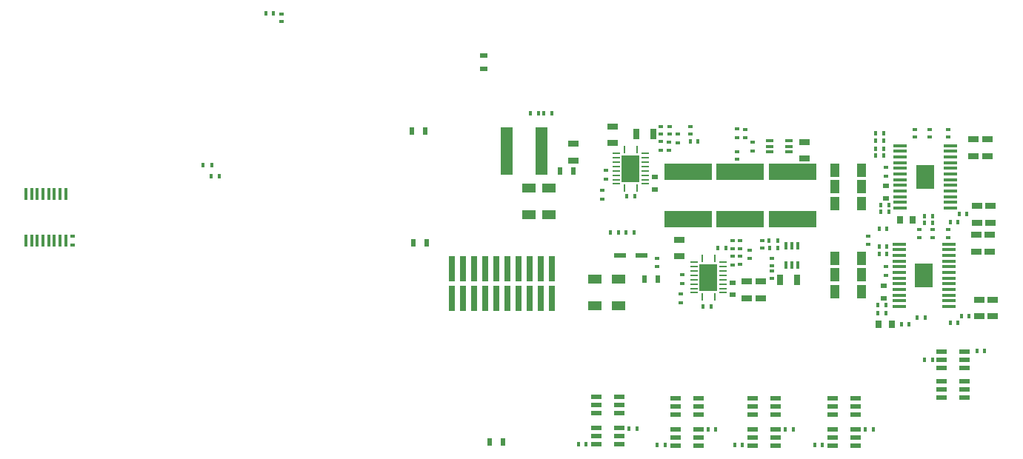
<source format=gtp>
G04*
G04 #@! TF.GenerationSoftware,Altium Limited,Altium Designer,19.1.5 (86)*
G04*
G04 Layer_Color=8421504*
%FSLAX44Y44*%
%MOMM*%
G71*
G01*
G75*
%ADD17R,0.6000X0.4500*%
%ADD18R,0.8000X0.6000*%
%ADD19R,0.6000X0.4000*%
%ADD20R,0.4000X0.6000*%
%ADD21R,0.7400X2.9200*%
%ADD22R,1.3000X0.8000*%
%ADD23R,1.3716X0.5080*%
%ADD24R,0.3500X1.4000*%
%ADD25R,0.4500X0.6000*%
%ADD26R,1.2700X0.5588*%
%ADD27R,0.9000X0.2600*%
%ADD28R,0.2600X0.9000*%
%ADD29R,2.0700X3.0700*%
%ADD30R,1.0000X1.6000*%
%ADD31R,1.3000X0.7000*%
%ADD32R,0.7000X0.9000*%
%ADD33R,2.0250X2.6800*%
%ADD34R,1.5700X0.4100*%
%ADD35R,0.7000X1.3000*%
%ADD36R,0.5000X0.9000*%
%ADD37R,0.3500X0.8500*%
%ADD38R,5.4100X1.8800*%
%ADD39R,1.4224X5.4102*%
%ADD40R,1.6000X1.0000*%
%ADD41R,0.9000X0.5000*%
%ADD42R,0.8500X0.3500*%
G36*
X1326677Y523240D02*
X1319860D01*
Y533263D01*
X1326677D01*
Y523240D01*
D02*
G37*
G36*
X1317657D02*
X1310860D01*
Y533275D01*
X1317657D01*
Y523240D01*
D02*
G37*
G36*
X987490Y521497D02*
X975597D01*
Y539140D01*
X987490D01*
Y521497D01*
D02*
G37*
G36*
X1326670Y511040D02*
X1319860D01*
Y521039D01*
X1326670D01*
Y511040D01*
D02*
G37*
G36*
X1317656D02*
X1310860D01*
Y521036D01*
X1317656D01*
Y511040D01*
D02*
G37*
G36*
X1325517Y410650D02*
X1318700D01*
Y420673D01*
X1325517D01*
Y410650D01*
D02*
G37*
G36*
X1316497D02*
X1309700D01*
Y420685D01*
X1316497D01*
Y410650D01*
D02*
G37*
G36*
X1325510Y398450D02*
X1318700D01*
Y408449D01*
X1325510D01*
Y398450D01*
D02*
G37*
G36*
X1316496D02*
X1309700D01*
Y408446D01*
X1316496D01*
Y398450D01*
D02*
G37*
G36*
X1076390Y397037D02*
X1064497D01*
Y414680D01*
X1076390D01*
Y397037D01*
D02*
G37*
D17*
X953750Y529250D02*
D03*
Y519250D02*
D03*
X1274420Y522660D02*
D03*
Y532660D02*
D03*
Y409630D02*
D03*
Y419630D02*
D03*
X1099000Y431500D02*
D03*
Y421500D02*
D03*
X1118000Y438500D02*
D03*
Y428500D02*
D03*
X344780Y453920D02*
D03*
Y443920D02*
D03*
X1122020Y561870D02*
D03*
Y551870D02*
D03*
X1039250Y378250D02*
D03*
Y388250D02*
D03*
X1041000Y400250D02*
D03*
Y410250D02*
D03*
X1104240Y577110D02*
D03*
Y567110D02*
D03*
X1017000Y562500D02*
D03*
Y552500D02*
D03*
X1035750Y570750D02*
D03*
Y560750D02*
D03*
X950000Y496750D02*
D03*
Y506750D02*
D03*
D18*
X1098750Y401000D02*
D03*
Y387000D02*
D03*
X1009750Y521750D02*
D03*
Y507750D02*
D03*
X1271880Y383500D02*
D03*
Y397500D02*
D03*
X1274420Y497800D02*
D03*
Y511800D02*
D03*
D19*
X1143750Y405750D02*
D03*
Y414750D02*
D03*
X1050250Y570750D02*
D03*
Y579750D02*
D03*
X583540Y708690D02*
D03*
Y699690D02*
D03*
X1107500Y422250D02*
D03*
Y431250D02*
D03*
X1026250Y552500D02*
D03*
Y561500D02*
D03*
X1143750Y420250D02*
D03*
Y429250D02*
D03*
X1132750Y440500D02*
D03*
Y449500D02*
D03*
X1098500Y440000D02*
D03*
Y449000D02*
D03*
X1345540Y452730D02*
D03*
Y461730D02*
D03*
Y567610D02*
D03*
Y576610D02*
D03*
X1327760Y452730D02*
D03*
Y461730D02*
D03*
X1323950Y567610D02*
D03*
Y576610D02*
D03*
X1312520Y452730D02*
D03*
Y461730D02*
D03*
X1307440Y567610D02*
D03*
Y576610D02*
D03*
X1254100Y454110D02*
D03*
Y445110D02*
D03*
X1107500Y440000D02*
D03*
Y449000D02*
D03*
X1012250Y419750D02*
D03*
Y428750D02*
D03*
X1113000Y567250D02*
D03*
Y576250D02*
D03*
X1104240Y542210D02*
D03*
Y551210D02*
D03*
X1026750Y571000D02*
D03*
Y580000D02*
D03*
X1017000Y571000D02*
D03*
Y580000D02*
D03*
D20*
X565070Y709270D02*
D03*
X574070D02*
D03*
X1277110Y481940D02*
D03*
X1268110D02*
D03*
X1273840Y366370D02*
D03*
X1264840D02*
D03*
X1327180Y469240D02*
D03*
X1318180D02*
D03*
X1300510Y353670D02*
D03*
X1291510D02*
D03*
X1377870Y323190D02*
D03*
X1386870D02*
D03*
X968250Y458250D02*
D03*
X959250D02*
D03*
X1141500Y440500D02*
D03*
X1150500D02*
D03*
X1090750Y441000D02*
D03*
X1081750D02*
D03*
X883150Y594970D02*
D03*
X892150D02*
D03*
X976750Y458250D02*
D03*
X985750D02*
D03*
X922520Y216510D02*
D03*
X931520D02*
D03*
X1012800Y215240D02*
D03*
X1021800D02*
D03*
X1101010D02*
D03*
X1110010D02*
D03*
X1192450D02*
D03*
X1201450D02*
D03*
X989360Y234290D02*
D03*
X980360D02*
D03*
X1079640Y233020D02*
D03*
X1070640D02*
D03*
X1167850D02*
D03*
X1158850D02*
D03*
X1259290D02*
D03*
X1250290D02*
D03*
X1318180Y313030D02*
D03*
X1327180D02*
D03*
X1318870Y361290D02*
D03*
X1309870D02*
D03*
X1327180Y476860D02*
D03*
X1318180D02*
D03*
X1360090Y362560D02*
D03*
X1369090D02*
D03*
X1357550Y479400D02*
D03*
X1366550D02*
D03*
X1275110Y462890D02*
D03*
X1266110D02*
D03*
X1271300Y572110D02*
D03*
X1262300D02*
D03*
X1347390Y354940D02*
D03*
X1356390D02*
D03*
X1347390Y470510D02*
D03*
X1356390D02*
D03*
X1275110Y442570D02*
D03*
X1266110D02*
D03*
X1271300Y563220D02*
D03*
X1262300D02*
D03*
X1266110Y433680D02*
D03*
X1275110D02*
D03*
X1262300Y554330D02*
D03*
X1271300D02*
D03*
X1273840Y375260D02*
D03*
X1264840D02*
D03*
X1277110Y489560D02*
D03*
X1268110D02*
D03*
X1262300Y546710D02*
D03*
X1271300D02*
D03*
X867910Y594970D02*
D03*
X876910D02*
D03*
X1059250Y563000D02*
D03*
X1050250D02*
D03*
D21*
X777850Y417150D02*
D03*
Y382850D02*
D03*
X790550Y417150D02*
D03*
Y382850D02*
D03*
X803250Y417150D02*
D03*
Y382850D02*
D03*
X815950Y417150D02*
D03*
Y382850D02*
D03*
X828650Y417150D02*
D03*
Y382850D02*
D03*
X841350Y417150D02*
D03*
Y382850D02*
D03*
X854050Y417150D02*
D03*
Y382850D02*
D03*
X866750Y417150D02*
D03*
Y382850D02*
D03*
X879450Y417150D02*
D03*
Y382850D02*
D03*
X892150Y417150D02*
D03*
Y382850D02*
D03*
D22*
X1038200Y431140D02*
D03*
Y450140D02*
D03*
X1115000Y402500D02*
D03*
Y383500D02*
D03*
X962000Y579730D02*
D03*
Y560730D02*
D03*
X1131000Y383500D02*
D03*
Y402500D02*
D03*
D23*
X970382Y432410D02*
D03*
X994258D02*
D03*
D24*
X336490Y502920D02*
D03*
X329990D02*
D03*
X323490D02*
D03*
X316990D02*
D03*
X310490D02*
D03*
X303990D02*
D03*
X297490D02*
D03*
X290990D02*
D03*
X336490Y448920D02*
D03*
X329990D02*
D03*
X323490D02*
D03*
X316990D02*
D03*
X310490D02*
D03*
X303990D02*
D03*
X297490D02*
D03*
X290990D02*
D03*
D25*
X1150250Y449250D02*
D03*
X1140250D02*
D03*
X1074500Y373500D02*
D03*
X1064500D02*
D03*
X987320Y499720D02*
D03*
X977320D02*
D03*
X512340Y522580D02*
D03*
X502340D02*
D03*
X493370Y535280D02*
D03*
X503370D02*
D03*
D26*
X1147674Y233528D02*
D03*
Y224130D02*
D03*
Y214732D02*
D03*
X1121766D02*
D03*
Y224130D02*
D03*
Y233528D02*
D03*
X969184Y234798D02*
D03*
Y225400D02*
D03*
Y216002D02*
D03*
X943276D02*
D03*
Y225400D02*
D03*
Y234798D02*
D03*
X1337666Y303632D02*
D03*
Y313030D02*
D03*
Y322428D02*
D03*
X1363574D02*
D03*
Y313030D02*
D03*
Y303632D02*
D03*
X1059464Y233528D02*
D03*
Y224130D02*
D03*
Y214732D02*
D03*
X1033556D02*
D03*
Y224130D02*
D03*
Y233528D02*
D03*
X1239114D02*
D03*
Y224130D02*
D03*
Y214732D02*
D03*
X1213206D02*
D03*
Y224130D02*
D03*
Y233528D02*
D03*
X1147674Y269088D02*
D03*
Y259690D02*
D03*
Y250292D02*
D03*
X1121766D02*
D03*
Y259690D02*
D03*
Y269088D02*
D03*
X969184Y270358D02*
D03*
Y260960D02*
D03*
Y251562D02*
D03*
X943276D02*
D03*
Y260960D02*
D03*
Y270358D02*
D03*
X1239114Y269088D02*
D03*
Y259690D02*
D03*
Y250292D02*
D03*
X1213206D02*
D03*
Y259690D02*
D03*
Y269088D02*
D03*
X1337666Y269342D02*
D03*
Y278740D02*
D03*
Y288138D02*
D03*
X1363574D02*
D03*
Y278740D02*
D03*
Y269342D02*
D03*
X1059464Y269088D02*
D03*
Y259690D02*
D03*
Y250292D02*
D03*
X1033556D02*
D03*
Y259690D02*
D03*
Y269088D02*
D03*
D27*
X965470Y513970D02*
D03*
X999170Y548970D02*
D03*
X965470D02*
D03*
Y543970D02*
D03*
Y538970D02*
D03*
Y533970D02*
D03*
Y528970D02*
D03*
Y523970D02*
D03*
Y518970D02*
D03*
X999170Y513970D02*
D03*
Y518970D02*
D03*
Y523970D02*
D03*
Y528970D02*
D03*
Y533970D02*
D03*
Y538970D02*
D03*
Y543970D02*
D03*
X1054370Y389510D02*
D03*
X1088070Y424510D02*
D03*
X1054370D02*
D03*
Y419510D02*
D03*
Y414510D02*
D03*
Y409510D02*
D03*
Y404510D02*
D03*
Y399510D02*
D03*
Y394510D02*
D03*
X1088070Y389510D02*
D03*
Y394510D02*
D03*
Y399510D02*
D03*
Y404510D02*
D03*
Y409510D02*
D03*
Y414510D02*
D03*
Y419510D02*
D03*
D28*
X974820Y509620D02*
D03*
X989820Y553320D02*
D03*
X974820D02*
D03*
X989820Y509620D02*
D03*
X1063720Y385160D02*
D03*
X1078720Y428860D02*
D03*
X1063720D02*
D03*
X1078720Y385160D02*
D03*
D29*
X982320Y531470D02*
D03*
X1071220Y407010D02*
D03*
D30*
X1216000Y390910D02*
D03*
X1246000D02*
D03*
X1216000Y409960D02*
D03*
X1246000D02*
D03*
X1216000Y428600D02*
D03*
X1246000D02*
D03*
X1216000Y491660D02*
D03*
X1246000D02*
D03*
X1216000Y510710D02*
D03*
X1246000D02*
D03*
X1216000Y529760D02*
D03*
X1246000D02*
D03*
D31*
X1381100Y362560D02*
D03*
Y381560D02*
D03*
X1396340Y362560D02*
D03*
Y381560D02*
D03*
X1392530Y455880D02*
D03*
Y436880D02*
D03*
X1377290Y455880D02*
D03*
Y436880D02*
D03*
X1393800Y469900D02*
D03*
Y488900D02*
D03*
X1378560Y469900D02*
D03*
Y488900D02*
D03*
X1373739Y565100D02*
D03*
Y546100D02*
D03*
X1389990Y565100D02*
D03*
Y546100D02*
D03*
X1180500Y561750D02*
D03*
Y542750D02*
D03*
X916500Y560000D02*
D03*
Y541000D02*
D03*
D32*
X1280650Y353670D02*
D03*
X1265650D02*
D03*
X1304780Y473050D02*
D03*
X1289780D02*
D03*
D33*
X1317600Y409550D02*
D03*
X1318760Y522140D02*
D03*
D34*
X1288900Y373800D02*
D03*
Y380300D02*
D03*
Y386800D02*
D03*
Y393300D02*
D03*
Y399800D02*
D03*
Y406300D02*
D03*
Y412800D02*
D03*
Y419300D02*
D03*
Y425800D02*
D03*
Y432300D02*
D03*
Y438800D02*
D03*
Y445300D02*
D03*
X1346300D02*
D03*
Y438800D02*
D03*
Y432300D02*
D03*
Y425800D02*
D03*
Y419300D02*
D03*
Y412800D02*
D03*
Y406300D02*
D03*
Y399800D02*
D03*
Y393300D02*
D03*
Y386800D02*
D03*
Y380300D02*
D03*
Y373800D02*
D03*
X1290060Y486390D02*
D03*
Y492890D02*
D03*
Y499390D02*
D03*
Y505890D02*
D03*
Y512390D02*
D03*
Y518890D02*
D03*
Y525390D02*
D03*
Y531890D02*
D03*
Y538390D02*
D03*
Y544890D02*
D03*
Y551390D02*
D03*
Y557890D02*
D03*
X1347460D02*
D03*
Y551390D02*
D03*
Y544890D02*
D03*
Y538390D02*
D03*
Y531890D02*
D03*
Y525390D02*
D03*
Y518890D02*
D03*
Y512390D02*
D03*
Y505890D02*
D03*
Y499390D02*
D03*
Y492890D02*
D03*
Y486390D02*
D03*
D35*
X1153160Y404470D02*
D03*
X1172160D02*
D03*
X988750Y570750D02*
D03*
X1007750D02*
D03*
D36*
X821150Y219050D02*
D03*
X836150D02*
D03*
X732250Y574650D02*
D03*
X747250D02*
D03*
X734250Y446500D02*
D03*
X749250D02*
D03*
X1013250Y405500D02*
D03*
X998250D02*
D03*
X901750Y529000D02*
D03*
X916750D02*
D03*
D37*
X1172970Y443410D02*
D03*
X1166470D02*
D03*
X1159970D02*
D03*
Y421410D02*
D03*
X1166470D02*
D03*
X1172970D02*
D03*
D38*
X1167000Y528130D02*
D03*
Y473370D02*
D03*
X1107000Y528130D02*
D03*
Y473370D02*
D03*
X1047750Y528130D02*
D03*
Y473370D02*
D03*
D39*
X840207Y551790D02*
D03*
X880593D02*
D03*
D40*
X866000Y479000D02*
D03*
Y509000D02*
D03*
X889000Y479000D02*
D03*
Y509000D02*
D03*
X968750Y374750D02*
D03*
Y404750D02*
D03*
X941000Y375000D02*
D03*
Y405000D02*
D03*
D41*
X814680Y645890D02*
D03*
Y660890D02*
D03*
D42*
X1141070Y563370D02*
D03*
Y556870D02*
D03*
Y550370D02*
D03*
X1163070D02*
D03*
Y556870D02*
D03*
Y563370D02*
D03*
M02*

</source>
